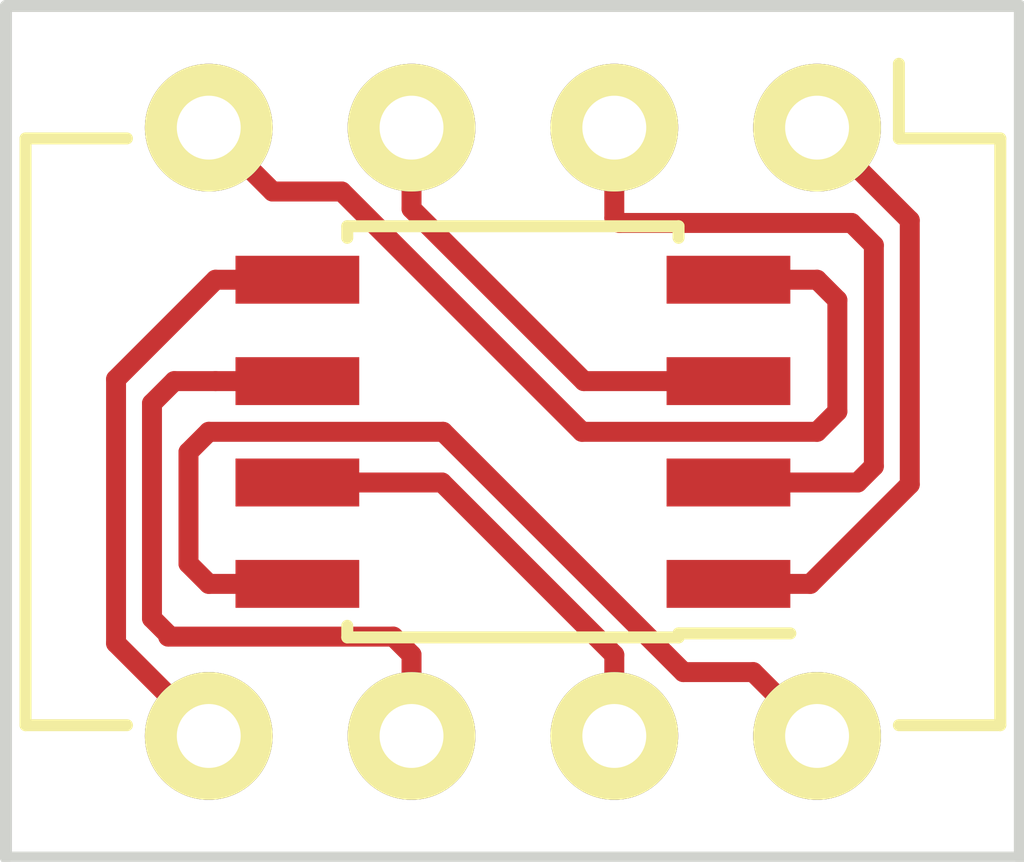
<source format=kicad_pcb>
(kicad_pcb (version 4) (host pcbnew 4.0.4-stable)

  (general
    (links 8)
    (no_connects 0)
    (area 145.884999 101.558952 162.505 112.597001)
    (thickness 1.6)
    (drawings 4)
    (tracks 46)
    (zones 0)
    (modules 2)
    (nets 9)
  )

  (page USLetter)
  (layers
    (0 F.Cu signal)
    (31 B.Cu signal)
    (32 B.Adhes user)
    (33 F.Adhes user)
    (34 B.Paste user)
    (35 F.Paste user)
    (36 B.SilkS user)
    (37 F.SilkS user)
    (38 B.Mask user)
    (39 F.Mask user)
    (40 Dwgs.User user)
    (41 Cmts.User user)
    (42 Eco1.User user)
    (43 Eco2.User user)
    (44 Edge.Cuts user)
    (45 Margin user)
    (46 B.CrtYd user)
    (47 F.CrtYd user)
    (48 B.Fab user)
    (49 F.Fab user)
  )

  (setup
    (last_trace_width 0.25)
    (trace_clearance 0.2)
    (zone_clearance 0.508)
    (zone_45_only no)
    (trace_min 0.2)
    (segment_width 0.2)
    (edge_width 0.15)
    (via_size 0.6)
    (via_drill 0.4)
    (via_min_size 0.4)
    (via_min_drill 0.3)
    (uvia_size 0.3)
    (uvia_drill 0.1)
    (uvias_allowed no)
    (uvia_min_size 0.2)
    (uvia_min_drill 0.1)
    (pcb_text_width 0.3)
    (pcb_text_size 1.5 1.5)
    (mod_edge_width 0.15)
    (mod_text_size 1 1)
    (mod_text_width 0.15)
    (pad_size 1.524 1.524)
    (pad_drill 0.762)
    (pad_to_mask_clearance 0.2)
    (aux_axis_origin 0 0)
    (visible_elements 7FFFFFFF)
    (pcbplotparams
      (layerselection 0x010f0_80000001)
      (usegerberextensions false)
      (excludeedgelayer true)
      (linewidth 0.100000)
      (plotframeref false)
      (viasonmask false)
      (mode 1)
      (useauxorigin false)
      (hpglpennumber 1)
      (hpglpenspeed 20)
      (hpglpendiameter 15)
      (hpglpenoverlay 2)
      (psnegative false)
      (psa4output false)
      (plotreference false)
      (plotvalue false)
      (plotinvisibletext false)
      (padsonsilk false)
      (subtractmaskfromsilk true)
      (outputformat 1)
      (mirror false)
      (drillshape 0)
      (scaleselection 1)
      (outputdirectory ""))
  )

  (net 0 "")
  (net 1 "Net-(P1-Pad1)")
  (net 2 "Net-(P1-Pad2)")
  (net 3 "Net-(P1-Pad3)")
  (net 4 "Net-(P1-Pad4)")
  (net 5 "Net-(P1-Pad5)")
  (net 6 "Net-(P1-Pad6)")
  (net 7 "Net-(P1-Pad7)")
  (net 8 "Net-(P1-Pad8)")

  (net_class Default "This is the default net class."
    (clearance 0.2)
    (trace_width 0.25)
    (via_dia 0.6)
    (via_drill 0.4)
    (uvia_dia 0.3)
    (uvia_drill 0.1)
    (add_net "Net-(P1-Pad1)")
    (add_net "Net-(P1-Pad2)")
    (add_net "Net-(P1-Pad3)")
    (add_net "Net-(P1-Pad4)")
    (add_net "Net-(P1-Pad5)")
    (add_net "Net-(P1-Pad6)")
    (add_net "Net-(P1-Pad7)")
    (add_net "Net-(P1-Pad8)")
  )

  (module Housings_DIP:DIP-8_W7.62mm (layer F.Cu) (tedit 581294D8) (tstamp 58117399)
    (at 156.21 103.378 270)
    (descr "8-lead dip package, row spacing 7.62 mm (300 mils)")
    (tags "dil dip 2.54 300")
    (path /58116F0E)
    (fp_text reference P1 (at 0 -5.22 270) (layer F.SilkS) hide
      (effects (font (size 1 1) (thickness 0.15)))
    )
    (fp_text value DIL8 (at 0 -3.72 270) (layer F.Fab) hide
      (effects (font (size 1 1) (thickness 0.15)))
    )
    (fp_line (start -1.05 -2.45) (end -1.05 10.1) (layer F.CrtYd) (width 0.05))
    (fp_line (start 8.65 -2.45) (end 8.65 10.1) (layer F.CrtYd) (width 0.05))
    (fp_line (start -1.05 -2.45) (end 8.65 -2.45) (layer F.CrtYd) (width 0.05))
    (fp_line (start -1.05 10.1) (end 8.65 10.1) (layer F.CrtYd) (width 0.05))
    (fp_line (start 0.135 -2.295) (end 0.135 -1.025) (layer F.SilkS) (width 0.15))
    (fp_line (start 7.485 -2.295) (end 7.485 -1.025) (layer F.SilkS) (width 0.15))
    (fp_line (start 7.485 9.915) (end 7.485 8.645) (layer F.SilkS) (width 0.15))
    (fp_line (start 0.135 9.915) (end 0.135 8.645) (layer F.SilkS) (width 0.15))
    (fp_line (start 0.135 -2.295) (end 7.485 -2.295) (layer F.SilkS) (width 0.15))
    (fp_line (start 0.135 9.915) (end 7.485 9.915) (layer F.SilkS) (width 0.15))
    (fp_line (start 0.135 -1.025) (end -0.8 -1.025) (layer F.SilkS) (width 0.15))
    (pad 1 thru_hole oval (at 0 0 270) (size 1.6 1.6) (drill 0.8) (layers *.Cu *.Mask F.SilkS)
      (net 1 "Net-(P1-Pad1)"))
    (pad 2 thru_hole oval (at 0 2.54 270) (size 1.6 1.6) (drill 0.8) (layers *.Cu *.Mask F.SilkS)
      (net 2 "Net-(P1-Pad2)"))
    (pad 3 thru_hole oval (at 0 5.08 270) (size 1.6 1.6) (drill 0.8) (layers *.Cu *.Mask F.SilkS)
      (net 3 "Net-(P1-Pad3)"))
    (pad 4 thru_hole oval (at 0 7.62 270) (size 1.6 1.6) (drill 0.8) (layers *.Cu *.Mask F.SilkS)
      (net 4 "Net-(P1-Pad4)"))
    (pad 5 thru_hole oval (at 7.62 7.62 270) (size 1.6 1.6) (drill 0.8) (layers *.Cu *.Mask F.SilkS)
      (net 5 "Net-(P1-Pad5)"))
    (pad 6 thru_hole oval (at 7.62 5.08 270) (size 1.6 1.6) (drill 0.8) (layers *.Cu *.Mask F.SilkS)
      (net 6 "Net-(P1-Pad6)"))
    (pad 7 thru_hole oval (at 7.62 2.54 270) (size 1.6 1.6) (drill 0.8) (layers *.Cu *.Mask F.SilkS)
      (net 7 "Net-(P1-Pad7)"))
    (pad 8 thru_hole oval (at 7.62 0 270) (size 1.6 1.6) (drill 0.8) (layers *.Cu *.Mask F.SilkS)
      (net 8 "Net-(P1-Pad8)"))
    (model Housings_DIP.3dshapes/DIP-8_W7.62mm.wrl
      (at (xyz 0 0 0))
      (scale (xyz 1 1 1))
      (rotate (xyz 0 0 0))
    )
  )

  (module Housings_SOIC:SOIC-8_3.9x4.9mm_Pitch1.27mm (layer F.Cu) (tedit 581294E2) (tstamp 581173A5)
    (at 152.4 107.188 180)
    (descr "8-Lead Plastic Small Outline (SN) - Narrow, 3.90 mm Body [SOIC] (see Microchip Packaging Specification 00000049BS.pdf)")
    (tags "SOIC 1.27")
    (path /58116F91)
    (attr smd)
    (fp_text reference U1 (at 0 -3.5 180) (layer F.SilkS) hide
      (effects (font (size 1 1) (thickness 0.15)))
    )
    (fp_text value TL072 (at 0 3.5 180) (layer F.Fab) hide
      (effects (font (size 1 1) (thickness 0.15)))
    )
    (fp_line (start -0.95 -2.45) (end 1.95 -2.45) (layer F.Fab) (width 0.15))
    (fp_line (start 1.95 -2.45) (end 1.95 2.45) (layer F.Fab) (width 0.15))
    (fp_line (start 1.95 2.45) (end -1.95 2.45) (layer F.Fab) (width 0.15))
    (fp_line (start -1.95 2.45) (end -1.95 -1.45) (layer F.Fab) (width 0.15))
    (fp_line (start -1.95 -1.45) (end -0.95 -2.45) (layer F.Fab) (width 0.15))
    (fp_line (start -3.75 -2.75) (end -3.75 2.75) (layer F.CrtYd) (width 0.05))
    (fp_line (start 3.75 -2.75) (end 3.75 2.75) (layer F.CrtYd) (width 0.05))
    (fp_line (start -3.75 -2.75) (end 3.75 -2.75) (layer F.CrtYd) (width 0.05))
    (fp_line (start -3.75 2.75) (end 3.75 2.75) (layer F.CrtYd) (width 0.05))
    (fp_line (start -2.075 -2.575) (end -2.075 -2.525) (layer F.SilkS) (width 0.15))
    (fp_line (start 2.075 -2.575) (end 2.075 -2.43) (layer F.SilkS) (width 0.15))
    (fp_line (start 2.075 2.575) (end 2.075 2.43) (layer F.SilkS) (width 0.15))
    (fp_line (start -2.075 2.575) (end -2.075 2.43) (layer F.SilkS) (width 0.15))
    (fp_line (start -2.075 -2.575) (end 2.075 -2.575) (layer F.SilkS) (width 0.15))
    (fp_line (start -2.075 2.575) (end 2.075 2.575) (layer F.SilkS) (width 0.15))
    (fp_line (start -2.075 -2.525) (end -3.475 -2.525) (layer F.SilkS) (width 0.15))
    (pad 1 smd rect (at -2.7 -1.905 180) (size 1.55 0.6) (layers F.Cu F.Paste F.Mask)
      (net 1 "Net-(P1-Pad1)"))
    (pad 2 smd rect (at -2.7 -0.635 180) (size 1.55 0.6) (layers F.Cu F.Paste F.Mask)
      (net 2 "Net-(P1-Pad2)"))
    (pad 3 smd rect (at -2.7 0.635 180) (size 1.55 0.6) (layers F.Cu F.Paste F.Mask)
      (net 3 "Net-(P1-Pad3)"))
    (pad 4 smd rect (at -2.7 1.905 180) (size 1.55 0.6) (layers F.Cu F.Paste F.Mask)
      (net 4 "Net-(P1-Pad4)"))
    (pad 5 smd rect (at 2.7 1.905 180) (size 1.55 0.6) (layers F.Cu F.Paste F.Mask)
      (net 5 "Net-(P1-Pad5)"))
    (pad 6 smd rect (at 2.7 0.635 180) (size 1.55 0.6) (layers F.Cu F.Paste F.Mask)
      (net 6 "Net-(P1-Pad6)"))
    (pad 7 smd rect (at 2.7 -0.635 180) (size 1.55 0.6) (layers F.Cu F.Paste F.Mask)
      (net 7 "Net-(P1-Pad7)"))
    (pad 8 smd rect (at 2.7 -1.905 180) (size 1.55 0.6) (layers F.Cu F.Paste F.Mask)
      (net 8 "Net-(P1-Pad8)"))
    (model Housings_SOIC.3dshapes/SOIC-8_3.9x4.9mm_Pitch1.27mm.wrl
      (at (xyz 0 0 0))
      (scale (xyz 1 1 1))
      (rotate (xyz 0 0 0))
    )
  )

  (gr_line (start 146.05 112.522) (end 146.05 101.854) (layer Edge.Cuts) (width 0.15))
  (gr_line (start 158.75 112.522) (end 146.05 112.522) (layer Edge.Cuts) (width 0.15))
  (gr_line (start 158.75 101.854) (end 158.75 112.522) (layer Edge.Cuts) (width 0.15))
  (gr_line (start 146.05 101.854) (end 158.75 101.854) (layer Edge.Cuts) (width 0.15))

  (segment (start 156.21 103.378) (end 157.371209 104.539209) (width 0.25) (layer F.Cu) (net 1))
  (segment (start 157.371209 104.539209) (end 157.371209 107.846791) (width 0.25) (layer F.Cu) (net 1))
  (segment (start 157.371209 107.846791) (end 156.125 109.093) (width 0.25) (layer F.Cu) (net 1))
  (segment (start 156.125 109.093) (end 155.1 109.093) (width 0.25) (layer F.Cu) (net 1))
  (segment (start 155.1 107.823) (end 156.718 107.823) (width 0.25) (layer F.Cu) (net 2))
  (segment (start 156.718 107.823) (end 156.9212 107.6198) (width 0.25) (layer F.Cu) (net 2))
  (segment (start 156.9212 107.6198) (end 156.9212 104.8512) (width 0.25) (layer F.Cu) (net 2))
  (segment (start 156.9212 104.8512) (end 156.6418 104.5718) (width 0.25) (layer F.Cu) (net 2))
  (segment (start 156.6418 104.5718) (end 153.73243 104.5718) (width 0.25) (layer F.Cu) (net 2))
  (segment (start 153.73243 104.5718) (end 153.67 104.50937) (width 0.25) (layer F.Cu) (net 2))
  (segment (start 153.67 104.50937) (end 153.67 103.378) (width 0.25) (layer F.Cu) (net 2))
  (segment (start 151.13 104.394) (end 151.13 103.378) (width 0.25) (layer F.Cu) (net 3))
  (segment (start 153.289 106.553) (end 151.13 104.394) (width 0.25) (layer F.Cu) (net 3))
  (segment (start 155.1 106.553) (end 153.289 106.553) (width 0.25) (layer F.Cu) (net 3))
  (segment (start 155.1 105.283) (end 156.21 105.283) (width 0.25) (layer F.Cu) (net 4))
  (segment (start 150.255001 104.177999) (end 149.389999 104.177999) (width 0.25) (layer F.Cu) (net 4))
  (segment (start 156.21 105.283) (end 156.464 105.537) (width 0.25) (layer F.Cu) (net 4))
  (segment (start 149.389999 104.177999) (end 148.59 103.378) (width 0.25) (layer F.Cu) (net 4))
  (segment (start 156.464 105.537) (end 156.464 106.934) (width 0.25) (layer F.Cu) (net 4))
  (segment (start 156.464 106.934) (end 156.21 107.188) (width 0.25) (layer F.Cu) (net 4))
  (segment (start 156.21 107.188) (end 153.265002 107.188) (width 0.25) (layer F.Cu) (net 4))
  (segment (start 153.265002 107.188) (end 150.255001 104.177999) (width 0.25) (layer F.Cu) (net 4))
  (segment (start 148.59 110.998) (end 147.428791 109.836791) (width 0.25) (layer F.Cu) (net 5))
  (segment (start 147.428791 109.836791) (end 147.428791 106.529209) (width 0.25) (layer F.Cu) (net 5))
  (segment (start 147.428791 106.529209) (end 148.675 105.283) (width 0.25) (layer F.Cu) (net 5))
  (segment (start 148.675 105.283) (end 149.7 105.283) (width 0.25) (layer F.Cu) (net 5))
  (segment (start 151.13 110.998) (end 151.13 109.982) (width 0.25) (layer F.Cu) (net 6))
  (segment (start 151.13 109.982) (end 150.9014 109.7534) (width 0.25) (layer F.Cu) (net 6))
  (segment (start 150.9014 109.7534) (end 148.082 109.7534) (width 0.25) (layer F.Cu) (net 6))
  (segment (start 148.1582 106.553) (end 148.675 106.553) (width 0.25) (layer F.Cu) (net 6))
  (segment (start 148.082 109.7534) (end 148.082 109.728) (width 0.25) (layer F.Cu) (net 6))
  (segment (start 148.082 109.728) (end 147.8788 109.5248) (width 0.25) (layer F.Cu) (net 6))
  (segment (start 147.8788 109.5248) (end 147.8788 106.8324) (width 0.25) (layer F.Cu) (net 6))
  (segment (start 147.8788 106.8324) (end 148.1582 106.553) (width 0.25) (layer F.Cu) (net 6))
  (segment (start 148.675 106.553) (end 149.7 106.553) (width 0.25) (layer F.Cu) (net 6))
  (segment (start 149.7 107.823) (end 151.511 107.823) (width 0.25) (layer F.Cu) (net 7))
  (segment (start 153.67 109.982) (end 153.67 110.998) (width 0.25) (layer F.Cu) (net 7))
  (segment (start 151.511 107.823) (end 153.67 109.982) (width 0.25) (layer F.Cu) (net 7))
  (segment (start 148.59 109.093) (end 149.7 109.093) (width 0.25) (layer F.Cu) (net 8))
  (segment (start 148.336 108.839) (end 148.59 109.093) (width 0.25) (layer F.Cu) (net 8))
  (segment (start 148.336 107.442) (end 148.336 108.839) (width 0.25) (layer F.Cu) (net 8))
  (segment (start 148.59 107.188) (end 148.336 107.442) (width 0.25) (layer F.Cu) (net 8))
  (segment (start 151.525002 107.188) (end 148.59 107.188) (width 0.25) (layer F.Cu) (net 8))
  (segment (start 156.21 110.998) (end 155.410001 110.198001) (width 0.25) (layer F.Cu) (net 8))
  (segment (start 155.410001 110.198001) (end 154.535003 110.198001) (width 0.25) (layer F.Cu) (net 8))
  (segment (start 154.535003 110.198001) (end 151.525002 107.188) (width 0.25) (layer F.Cu) (net 8))

)

</source>
